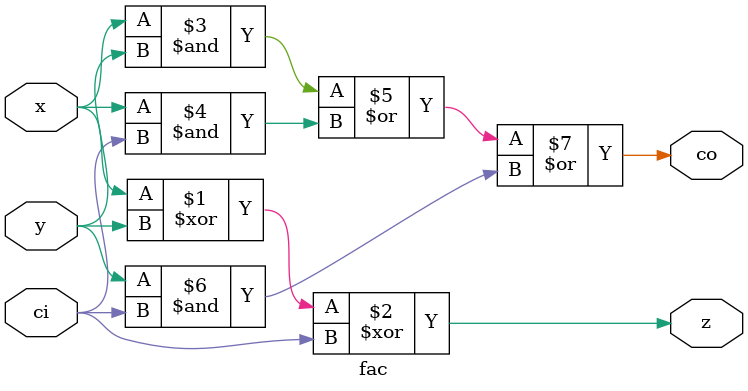
<source format=v>
module fac(input x,input y,input ci, output z, output co);
  
  assign z = x ^ y ^ ci;
  assign co=(x&y) | (x&ci) | (y&ci);
  
endmodule
</source>
